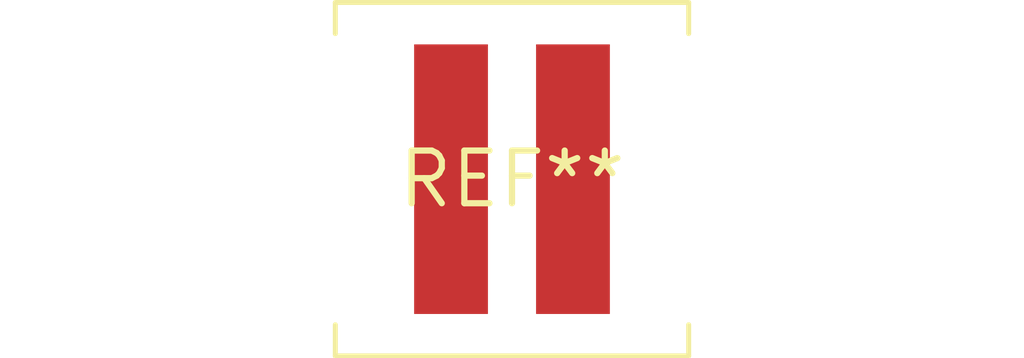
<source format=kicad_pcb>
(kicad_pcb (version 20240108) (generator pcbnew)
  (layers (0 "F.Cu" signal) (31 "B.Cu" signal) (34 "B.Paste" user) (35 "F.Paste" user) (36 "B.SilkS" user "B.Silkscreen") (37 "F.SilkS" user "F.Silkscreen") (38 "B.Mask" user) (39 "F.Mask" user) (44 "Edge.Cuts" user))
  (net 0 "")
  (footprint "L_Coilcraft_XAL7030-161" (layer "F.Cu") (at 0 0)
    (property "Reference" "REF**")
    (property "Value" "L_Coilcraft_XAL7030-161")
    (fp_line (start -4.26 -4.26) (end -4.26 -3.51) (layer "F.SilkS") (stroke (width 0.12)))
    (fp_line (start -4.26 -4.26) (end 4.26 -4.26) (layer "F.SilkS") (stroke (width 0.12)))
    (fp_line (start -4.26 4.26) (end -4.26 3.51) (layer "F.SilkS") (stroke (width 0.12)))
    (fp_line (start -4.26 4.26) (end 4.26 4.26) (layer "F.SilkS") (stroke (width 0.12)))
    (fp_line (start 4.26 -4.26) (end 4.26 -3.51) (layer "F.SilkS") (stroke (width 0.12)))
    (fp_line (start 4.26 4.26) (end 4.26 3.51) (layer "F.SilkS") (stroke (width 0.12)))
    (pad "1" smd rect (at -1.47 0) (size 1.78 6.5) (layers "F.Cu" "F.Paste" "F.Mask"))
    (pad "2" smd rect (at 1.47 0) (size 1.78 6.5) (layers "F.Cu" "F.Paste" "F.Mask"))
  )
)
</source>
